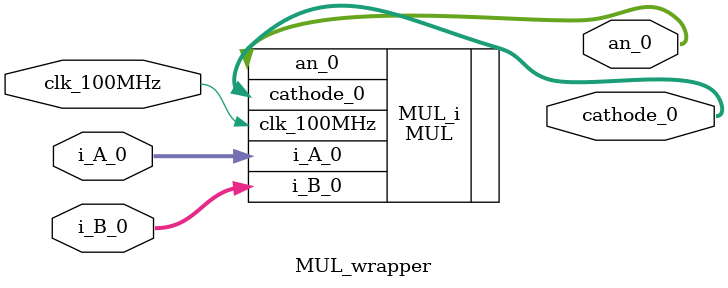
<source format=v>
`timescale 1 ps / 1 ps

module MUL_wrapper
   (an_0,
    cathode_0,
    clk_100MHz,
    i_A_0,
    i_B_0);
  output [3:0]an_0;
  output [6:0]cathode_0;
  input clk_100MHz;
  input [7:0]i_A_0;
  input [7:0]i_B_0;

  wire [3:0]an_0;
  wire [6:0]cathode_0;
  wire clk_100MHz;
  wire [7:0]i_A_0;
  wire [7:0]i_B_0;

  MUL MUL_i
       (.an_0(an_0),
        .cathode_0(cathode_0),
        .clk_100MHz(clk_100MHz),
        .i_A_0(i_A_0),
        .i_B_0(i_B_0));
endmodule

</source>
